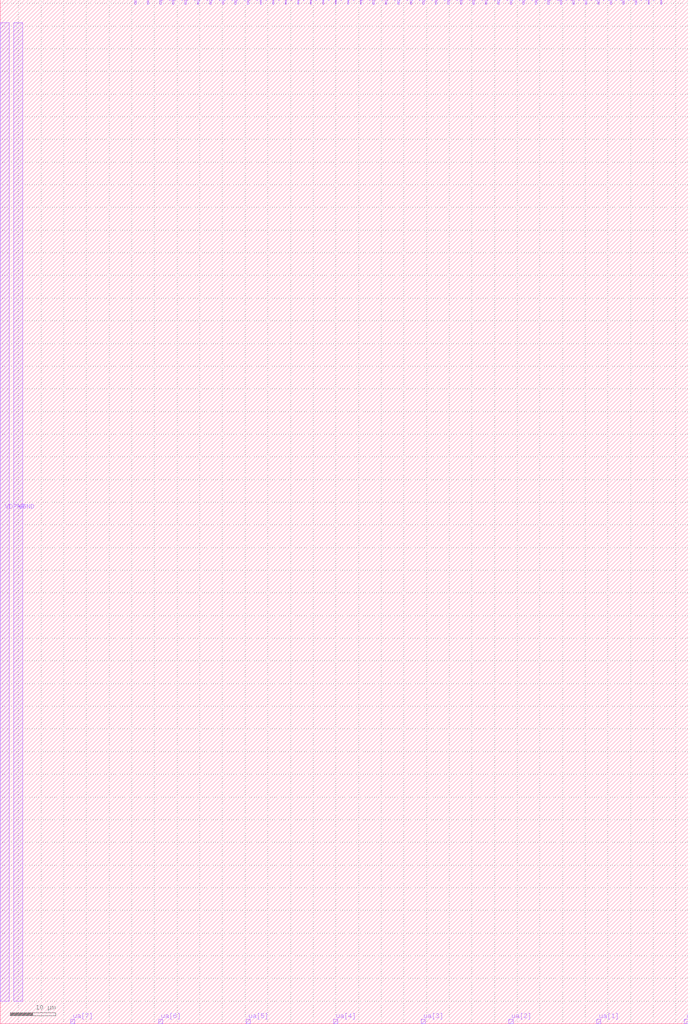
<source format=lef>
VERSION 5.7 ;
  NOWIREEXTENSIONATPIN ON ;
  DIVIDERCHAR "/" ;
  BUSBITCHARS "[]" ;
MACRO tt_um_analog_example
  CLASS BLOCK ;
  FOREIGN tt_um_analog_example ;
  ORIGIN -1.000 0.000 ;
  SIZE 151.710 BY 225.760 ;
  PIN clk
    DIRECTION INPUT ;
    PORT
      LAYER met4 ;
        RECT 143.830 224.760 144.130 225.760 ;
    END
  END clk
  PIN ena
    DIRECTION INPUT ;
    PORT
      LAYER met4 ;
        RECT 146.590 224.760 146.890 225.760 ;
    END
  END ena
  PIN rst_n
    DIRECTION INPUT ;
    PORT
      LAYER met4 ;
        RECT 141.070 224.760 141.370 225.760 ;
    END
  END rst_n
  PIN ua[0]
    DIRECTION INOUT ;
    PORT
      LAYER met4 ;
        RECT 151.810 0.000 152.710 1.000 ;
    END
  END ua[0]
  PIN ua[1]
    DIRECTION INOUT ;
    PORT
      LAYER met4 ;
        RECT 132.490 0.000 133.390 1.000 ;
    END
  END ua[1]
  PIN ua[2]
    DIRECTION INOUT ;
    PORT
      LAYER met4 ;
        RECT 113.170 0.000 114.070 1.000 ;
    END
  END ua[2]
  PIN ua[3]
    DIRECTION INOUT ;
    PORT
      LAYER met4 ;
        RECT 93.850 0.000 94.750 1.000 ;
    END
  END ua[3]
  PIN ua[4]
    DIRECTION INOUT ;
    PORT
      LAYER met4 ;
        RECT 74.530 0.000 75.430 1.000 ;
    END
  END ua[4]
  PIN ua[5]
    DIRECTION INOUT ;
    PORT
      LAYER met4 ;
        RECT 55.210 0.000 56.110 1.000 ;
    END
  END ua[5]
  PIN ua[6]
    DIRECTION INOUT ;
    PORT
      LAYER met4 ;
        RECT 35.890 0.000 36.790 1.000 ;
    END
  END ua[6]
  PIN ua[7]
    DIRECTION INOUT ;
    PORT
      LAYER met4 ;
        RECT 16.570 0.000 17.470 1.000 ;
    END
  END ua[7]
  PIN ui_in[0]
    DIRECTION INPUT ;
    PORT
      LAYER met4 ;
        RECT 138.310 224.760 138.610 225.760 ;
    END
  END ui_in[0]
  PIN ui_in[1]
    DIRECTION INPUT ;
    PORT
      LAYER met4 ;
        RECT 135.550 224.760 135.850 225.760 ;
    END
  END ui_in[1]
  PIN ui_in[2]
    DIRECTION INPUT ;
    PORT
      LAYER met4 ;
        RECT 132.790 224.760 133.090 225.760 ;
    END
  END ui_in[2]
  PIN ui_in[3]
    DIRECTION INPUT ;
    PORT
      LAYER met4 ;
        RECT 130.030 224.760 130.330 225.760 ;
    END
  END ui_in[3]
  PIN ui_in[4]
    DIRECTION INPUT ;
    PORT
      LAYER met4 ;
        RECT 127.270 224.760 127.570 225.760 ;
    END
  END ui_in[4]
  PIN ui_in[5]
    DIRECTION INPUT ;
    PORT
      LAYER met4 ;
        RECT 124.510 224.760 124.810 225.760 ;
    END
  END ui_in[5]
  PIN ui_in[6]
    DIRECTION INPUT ;
    PORT
      LAYER met4 ;
        RECT 121.750 224.760 122.050 225.760 ;
    END
  END ui_in[6]
  PIN ui_in[7]
    DIRECTION INPUT ;
    PORT
      LAYER met4 ;
        RECT 118.990 224.760 119.290 225.760 ;
    END
  END ui_in[7]
  PIN uio_in[0]
    DIRECTION INPUT ;
    PORT
      LAYER met4 ;
        RECT 116.230 224.760 116.530 225.760 ;
    END
  END uio_in[0]
  PIN uio_in[1]
    DIRECTION INPUT ;
    PORT
      LAYER met4 ;
        RECT 113.470 224.760 113.770 225.760 ;
    END
  END uio_in[1]
  PIN uio_in[2]
    DIRECTION INPUT ;
    PORT
      LAYER met4 ;
        RECT 110.710 224.760 111.010 225.760 ;
    END
  END uio_in[2]
  PIN uio_in[3]
    DIRECTION INPUT ;
    PORT
      LAYER met4 ;
        RECT 107.950 224.760 108.250 225.760 ;
    END
  END uio_in[3]
  PIN uio_in[4]
    DIRECTION INPUT ;
    PORT
      LAYER met4 ;
        RECT 105.190 224.760 105.490 225.760 ;
    END
  END uio_in[4]
  PIN uio_in[5]
    DIRECTION INPUT ;
    PORT
      LAYER met4 ;
        RECT 102.430 224.760 102.730 225.760 ;
    END
  END uio_in[5]
  PIN uio_in[6]
    DIRECTION INPUT ;
    PORT
      LAYER met4 ;
        RECT 99.670 224.760 99.970 225.760 ;
    END
  END uio_in[6]
  PIN uio_in[7]
    DIRECTION INPUT ;
    PORT
      LAYER met4 ;
        RECT 96.910 224.760 97.210 225.760 ;
    END
  END uio_in[7]
  PIN uio_oe[0]
    DIRECTION OUTPUT TRISTATE ;
    PORT
      LAYER met4 ;
        RECT 49.990 224.760 50.290 225.760 ;
    END
  END uio_oe[0]
  PIN uio_oe[1]
    DIRECTION OUTPUT TRISTATE ;
    PORT
      LAYER met4 ;
        RECT 47.230 224.760 47.530 225.760 ;
    END
  END uio_oe[1]
  PIN uio_oe[2]
    DIRECTION OUTPUT TRISTATE ;
    PORT
      LAYER met4 ;
        RECT 44.470 224.760 44.770 225.760 ;
    END
  END uio_oe[2]
  PIN uio_oe[3]
    DIRECTION OUTPUT TRISTATE ;
    PORT
      LAYER met4 ;
        RECT 41.710 224.760 42.010 225.760 ;
    END
  END uio_oe[3]
  PIN uio_oe[4]
    DIRECTION OUTPUT TRISTATE ;
    PORT
      LAYER met4 ;
        RECT 38.950 224.760 39.250 225.760 ;
    END
  END uio_oe[4]
  PIN uio_oe[5]
    DIRECTION OUTPUT TRISTATE ;
    PORT
      LAYER met4 ;
        RECT 36.190 224.760 36.490 225.760 ;
    END
  END uio_oe[5]
  PIN uio_oe[6]
    DIRECTION OUTPUT TRISTATE ;
    PORT
      LAYER met4 ;
        RECT 33.430 224.760 33.730 225.760 ;
    END
  END uio_oe[6]
  PIN uio_oe[7]
    DIRECTION OUTPUT TRISTATE ;
    PORT
      LAYER met4 ;
        RECT 30.670 224.760 30.970 225.760 ;
    END
  END uio_oe[7]
  PIN uio_out[0]
    DIRECTION OUTPUT TRISTATE ;
    PORT
      LAYER met4 ;
        RECT 72.070 224.760 72.370 225.760 ;
    END
  END uio_out[0]
  PIN uio_out[1]
    DIRECTION OUTPUT TRISTATE ;
    PORT
      LAYER met4 ;
        RECT 69.310 224.760 69.610 225.760 ;
    END
  END uio_out[1]
  PIN uio_out[2]
    DIRECTION OUTPUT TRISTATE ;
    PORT
      LAYER met4 ;
        RECT 66.550 224.760 66.850 225.760 ;
    END
  END uio_out[2]
  PIN uio_out[3]
    DIRECTION OUTPUT TRISTATE ;
    PORT
      LAYER met4 ;
        RECT 63.790 224.760 64.090 225.760 ;
    END
  END uio_out[3]
  PIN uio_out[4]
    DIRECTION OUTPUT TRISTATE ;
    PORT
      LAYER met4 ;
        RECT 61.030 224.760 61.330 225.760 ;
    END
  END uio_out[4]
  PIN uio_out[5]
    DIRECTION OUTPUT TRISTATE ;
    PORT
      LAYER met4 ;
        RECT 58.270 224.760 58.570 225.760 ;
    END
  END uio_out[5]
  PIN uio_out[6]
    DIRECTION OUTPUT TRISTATE ;
    PORT
      LAYER met4 ;
        RECT 55.510 224.760 55.810 225.760 ;
    END
  END uio_out[6]
  PIN uio_out[7]
    DIRECTION OUTPUT TRISTATE ;
    PORT
      LAYER met4 ;
        RECT 52.750 224.760 53.050 225.760 ;
    END
  END uio_out[7]
  PIN uo_out[0]
    DIRECTION OUTPUT TRISTATE ;
    PORT
      LAYER met4 ;
        RECT 94.150 224.760 94.450 225.760 ;
    END
  END uo_out[0]
  PIN uo_out[1]
    DIRECTION OUTPUT TRISTATE ;
    PORT
      LAYER met4 ;
        RECT 91.390 224.760 91.690 225.760 ;
    END
  END uo_out[1]
  PIN uo_out[2]
    DIRECTION OUTPUT TRISTATE ;
    PORT
      LAYER met4 ;
        RECT 88.630 224.760 88.930 225.760 ;
    END
  END uo_out[2]
  PIN uo_out[3]
    DIRECTION OUTPUT TRISTATE ;
    PORT
      LAYER met4 ;
        RECT 85.870 224.760 86.170 225.760 ;
    END
  END uo_out[3]
  PIN uo_out[4]
    DIRECTION OUTPUT TRISTATE ;
    PORT
      LAYER met4 ;
        RECT 83.110 224.760 83.410 225.760 ;
    END
  END uo_out[4]
  PIN uo_out[5]
    DIRECTION OUTPUT TRISTATE ;
    PORT
      LAYER met4 ;
        RECT 80.350 224.760 80.650 225.760 ;
    END
  END uo_out[5]
  PIN uo_out[6]
    DIRECTION OUTPUT TRISTATE ;
    PORT
      LAYER met4 ;
        RECT 77.590 224.760 77.890 225.760 ;
    END
  END uo_out[6]
  PIN uo_out[7]
    DIRECTION OUTPUT TRISTATE ;
    PORT
      LAYER met4 ;
        RECT 74.830 224.760 75.130 225.760 ;
    END
  END uo_out[7]
  PIN VDPWR
    DIRECTION INOUT ;
    USE POWER ;
    PORT
      LAYER met4 ;
        RECT 1.000 5.000 3.000 220.760 ;
    END
  END VDPWR
  PIN VGND
    DIRECTION INOUT ;
    USE GROUND ;
    PORT
      LAYER met4 ;
        RECT 4.000 5.000 6.000 220.760 ;
    END
  END VGND
END tt_um_analog_example
END LIBRARY


</source>
